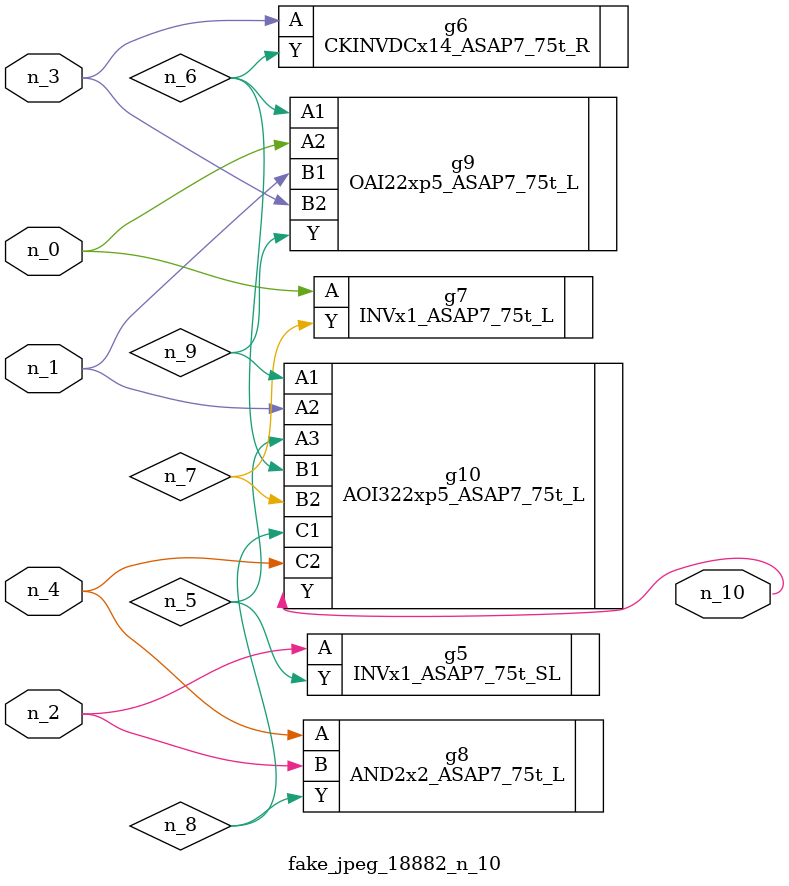
<source format=v>
module fake_jpeg_18882_n_10 (n_3, n_2, n_1, n_0, n_4, n_10);

input n_3;
input n_2;
input n_1;
input n_0;
input n_4;

output n_10;

wire n_8;
wire n_9;
wire n_6;
wire n_5;
wire n_7;

INVx1_ASAP7_75t_SL g5 ( 
.A(n_2),
.Y(n_5)
);

CKINVDCx14_ASAP7_75t_R g6 ( 
.A(n_3),
.Y(n_6)
);

INVx1_ASAP7_75t_L g7 ( 
.A(n_0),
.Y(n_7)
);

AND2x2_ASAP7_75t_L g8 ( 
.A(n_4),
.B(n_2),
.Y(n_8)
);

OAI22xp5_ASAP7_75t_L g9 ( 
.A1(n_6),
.A2(n_0),
.B1(n_1),
.B2(n_3),
.Y(n_9)
);

AOI322xp5_ASAP7_75t_L g10 ( 
.A1(n_9),
.A2(n_1),
.A3(n_5),
.B1(n_6),
.B2(n_7),
.C1(n_8),
.C2(n_4),
.Y(n_10)
);


endmodule
</source>
